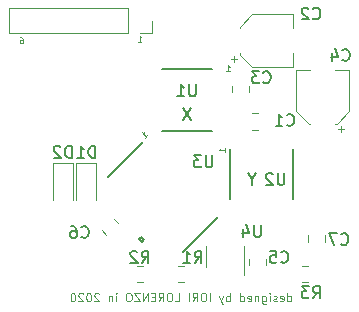
<source format=gbr>
G04 #@! TF.GenerationSoftware,KiCad,Pcbnew,(5.1.6-0-10_14)*
G04 #@! TF.CreationDate,2020-10-20T16:11:55+02:00*
G04 #@! TF.ProjectId,ProStick64_PCB_v6,50726f53-7469-4636-9b36-345f5043425f,rev?*
G04 #@! TF.SameCoordinates,Original*
G04 #@! TF.FileFunction,Legend,Bot*
G04 #@! TF.FilePolarity,Positive*
%FSLAX46Y46*%
G04 Gerber Fmt 4.6, Leading zero omitted, Abs format (unit mm)*
G04 Created by KiCad (PCBNEW (5.1.6-0-10_14)) date 2020-10-20 16:11:55*
%MOMM*%
%LPD*%
G01*
G04 APERTURE LIST*
%ADD10C,0.075000*%
%ADD11C,0.100000*%
%ADD12C,0.120000*%
%ADD13C,0.152400*%
%ADD14C,0.150000*%
%ADD15C,0.125000*%
G04 APERTURE END LIST*
D10*
X154516666Y-85816666D02*
X154516666Y-85116666D01*
X154516666Y-85783333D02*
X154583333Y-85816666D01*
X154716666Y-85816666D01*
X154783333Y-85783333D01*
X154816666Y-85750000D01*
X154850000Y-85683333D01*
X154850000Y-85483333D01*
X154816666Y-85416666D01*
X154783333Y-85383333D01*
X154716666Y-85350000D01*
X154583333Y-85350000D01*
X154516666Y-85383333D01*
X153916666Y-85783333D02*
X153983333Y-85816666D01*
X154116666Y-85816666D01*
X154183333Y-85783333D01*
X154216666Y-85716666D01*
X154216666Y-85450000D01*
X154183333Y-85383333D01*
X154116666Y-85350000D01*
X153983333Y-85350000D01*
X153916666Y-85383333D01*
X153883333Y-85450000D01*
X153883333Y-85516666D01*
X154216666Y-85583333D01*
X153616666Y-85783333D02*
X153550000Y-85816666D01*
X153416666Y-85816666D01*
X153350000Y-85783333D01*
X153316666Y-85716666D01*
X153316666Y-85683333D01*
X153350000Y-85616666D01*
X153416666Y-85583333D01*
X153516666Y-85583333D01*
X153583333Y-85550000D01*
X153616666Y-85483333D01*
X153616666Y-85450000D01*
X153583333Y-85383333D01*
X153516666Y-85350000D01*
X153416666Y-85350000D01*
X153350000Y-85383333D01*
X153016666Y-85816666D02*
X153016666Y-85350000D01*
X153016666Y-85116666D02*
X153050000Y-85150000D01*
X153016666Y-85183333D01*
X152983333Y-85150000D01*
X153016666Y-85116666D01*
X153016666Y-85183333D01*
X152383333Y-85350000D02*
X152383333Y-85916666D01*
X152416666Y-85983333D01*
X152450000Y-86016666D01*
X152516666Y-86050000D01*
X152616666Y-86050000D01*
X152683333Y-86016666D01*
X152383333Y-85783333D02*
X152450000Y-85816666D01*
X152583333Y-85816666D01*
X152650000Y-85783333D01*
X152683333Y-85750000D01*
X152716666Y-85683333D01*
X152716666Y-85483333D01*
X152683333Y-85416666D01*
X152650000Y-85383333D01*
X152583333Y-85350000D01*
X152450000Y-85350000D01*
X152383333Y-85383333D01*
X152050000Y-85350000D02*
X152050000Y-85816666D01*
X152050000Y-85416666D02*
X152016666Y-85383333D01*
X151950000Y-85350000D01*
X151850000Y-85350000D01*
X151783333Y-85383333D01*
X151750000Y-85450000D01*
X151750000Y-85816666D01*
X151150000Y-85783333D02*
X151216666Y-85816666D01*
X151350000Y-85816666D01*
X151416666Y-85783333D01*
X151450000Y-85716666D01*
X151450000Y-85450000D01*
X151416666Y-85383333D01*
X151350000Y-85350000D01*
X151216666Y-85350000D01*
X151150000Y-85383333D01*
X151116666Y-85450000D01*
X151116666Y-85516666D01*
X151450000Y-85583333D01*
X150516666Y-85816666D02*
X150516666Y-85116666D01*
X150516666Y-85783333D02*
X150583333Y-85816666D01*
X150716666Y-85816666D01*
X150783333Y-85783333D01*
X150816666Y-85750000D01*
X150850000Y-85683333D01*
X150850000Y-85483333D01*
X150816666Y-85416666D01*
X150783333Y-85383333D01*
X150716666Y-85350000D01*
X150583333Y-85350000D01*
X150516666Y-85383333D01*
X149650000Y-85816666D02*
X149650000Y-85116666D01*
X149650000Y-85383333D02*
X149583333Y-85350000D01*
X149450000Y-85350000D01*
X149383333Y-85383333D01*
X149350000Y-85416666D01*
X149316666Y-85483333D01*
X149316666Y-85683333D01*
X149350000Y-85750000D01*
X149383333Y-85783333D01*
X149450000Y-85816666D01*
X149583333Y-85816666D01*
X149650000Y-85783333D01*
X149083333Y-85350000D02*
X148916666Y-85816666D01*
X148750000Y-85350000D02*
X148916666Y-85816666D01*
X148983333Y-85983333D01*
X149016666Y-86016666D01*
X149083333Y-86050000D01*
X147950000Y-85816666D02*
X147950000Y-85116666D01*
X147483333Y-85116666D02*
X147350000Y-85116666D01*
X147283333Y-85150000D01*
X147216666Y-85216666D01*
X147183333Y-85350000D01*
X147183333Y-85583333D01*
X147216666Y-85716666D01*
X147283333Y-85783333D01*
X147350000Y-85816666D01*
X147483333Y-85816666D01*
X147550000Y-85783333D01*
X147616666Y-85716666D01*
X147650000Y-85583333D01*
X147650000Y-85350000D01*
X147616666Y-85216666D01*
X147550000Y-85150000D01*
X147483333Y-85116666D01*
X146483333Y-85816666D02*
X146716666Y-85483333D01*
X146883333Y-85816666D02*
X146883333Y-85116666D01*
X146616666Y-85116666D01*
X146550000Y-85150000D01*
X146516666Y-85183333D01*
X146483333Y-85250000D01*
X146483333Y-85350000D01*
X146516666Y-85416666D01*
X146550000Y-85450000D01*
X146616666Y-85483333D01*
X146883333Y-85483333D01*
X146183333Y-85816666D02*
X146183333Y-85116666D01*
X144983333Y-85816666D02*
X145316666Y-85816666D01*
X145316666Y-85116666D01*
X144616666Y-85116666D02*
X144483333Y-85116666D01*
X144416666Y-85150000D01*
X144350000Y-85216666D01*
X144316666Y-85350000D01*
X144316666Y-85583333D01*
X144350000Y-85716666D01*
X144416666Y-85783333D01*
X144483333Y-85816666D01*
X144616666Y-85816666D01*
X144683333Y-85783333D01*
X144750000Y-85716666D01*
X144783333Y-85583333D01*
X144783333Y-85350000D01*
X144750000Y-85216666D01*
X144683333Y-85150000D01*
X144616666Y-85116666D01*
X143616666Y-85816666D02*
X143850000Y-85483333D01*
X144016666Y-85816666D02*
X144016666Y-85116666D01*
X143750000Y-85116666D01*
X143683333Y-85150000D01*
X143650000Y-85183333D01*
X143616666Y-85250000D01*
X143616666Y-85350000D01*
X143650000Y-85416666D01*
X143683333Y-85450000D01*
X143750000Y-85483333D01*
X144016666Y-85483333D01*
X143316666Y-85450000D02*
X143083333Y-85450000D01*
X142983333Y-85816666D02*
X143316666Y-85816666D01*
X143316666Y-85116666D01*
X142983333Y-85116666D01*
X142683333Y-85816666D02*
X142683333Y-85116666D01*
X142283333Y-85816666D01*
X142283333Y-85116666D01*
X142016666Y-85116666D02*
X141550000Y-85116666D01*
X142016666Y-85816666D01*
X141550000Y-85816666D01*
X141150000Y-85116666D02*
X141016666Y-85116666D01*
X140950000Y-85150000D01*
X140883333Y-85216666D01*
X140850000Y-85350000D01*
X140850000Y-85583333D01*
X140883333Y-85716666D01*
X140950000Y-85783333D01*
X141016666Y-85816666D01*
X141150000Y-85816666D01*
X141216666Y-85783333D01*
X141283333Y-85716666D01*
X141316666Y-85583333D01*
X141316666Y-85350000D01*
X141283333Y-85216666D01*
X141216666Y-85150000D01*
X141150000Y-85116666D01*
X140016666Y-85816666D02*
X140016666Y-85350000D01*
X140016666Y-85116666D02*
X140050000Y-85150000D01*
X140016666Y-85183333D01*
X139983333Y-85150000D01*
X140016666Y-85116666D01*
X140016666Y-85183333D01*
X139683333Y-85350000D02*
X139683333Y-85816666D01*
X139683333Y-85416666D02*
X139650000Y-85383333D01*
X139583333Y-85350000D01*
X139483333Y-85350000D01*
X139416666Y-85383333D01*
X139383333Y-85450000D01*
X139383333Y-85816666D01*
X138550000Y-85183333D02*
X138516666Y-85150000D01*
X138450000Y-85116666D01*
X138283333Y-85116666D01*
X138216666Y-85150000D01*
X138183333Y-85183333D01*
X138150000Y-85250000D01*
X138150000Y-85316666D01*
X138183333Y-85416666D01*
X138583333Y-85816666D01*
X138150000Y-85816666D01*
X137716666Y-85116666D02*
X137650000Y-85116666D01*
X137583333Y-85150000D01*
X137550000Y-85183333D01*
X137516666Y-85250000D01*
X137483333Y-85383333D01*
X137483333Y-85550000D01*
X137516666Y-85683333D01*
X137550000Y-85750000D01*
X137583333Y-85783333D01*
X137650000Y-85816666D01*
X137716666Y-85816666D01*
X137783333Y-85783333D01*
X137816666Y-85750000D01*
X137850000Y-85683333D01*
X137883333Y-85550000D01*
X137883333Y-85383333D01*
X137850000Y-85250000D01*
X137816666Y-85183333D01*
X137783333Y-85150000D01*
X137716666Y-85116666D01*
X137216666Y-85183333D02*
X137183333Y-85150000D01*
X137116666Y-85116666D01*
X136950000Y-85116666D01*
X136883333Y-85150000D01*
X136850000Y-85183333D01*
X136816666Y-85250000D01*
X136816666Y-85316666D01*
X136850000Y-85416666D01*
X137250000Y-85816666D01*
X136816666Y-85816666D01*
X136383333Y-85116666D02*
X136316666Y-85116666D01*
X136250000Y-85150000D01*
X136216666Y-85183333D01*
X136183333Y-85250000D01*
X136150000Y-85383333D01*
X136150000Y-85550000D01*
X136183333Y-85683333D01*
X136216666Y-85750000D01*
X136250000Y-85783333D01*
X136316666Y-85816666D01*
X136383333Y-85816666D01*
X136450000Y-85783333D01*
X136483333Y-85750000D01*
X136516666Y-85683333D01*
X136550000Y-85550000D01*
X136550000Y-85383333D01*
X136516666Y-85250000D01*
X136483333Y-85183333D01*
X136450000Y-85150000D01*
X136383333Y-85116666D01*
D11*
X131904761Y-63476190D02*
X132000000Y-63476190D01*
X132047619Y-63500000D01*
X132071428Y-63523809D01*
X132119047Y-63595238D01*
X132142857Y-63690476D01*
X132142857Y-63880952D01*
X132119047Y-63928571D01*
X132095238Y-63952380D01*
X132047619Y-63976190D01*
X131952380Y-63976190D01*
X131904761Y-63952380D01*
X131880952Y-63928571D01*
X131857142Y-63880952D01*
X131857142Y-63761904D01*
X131880952Y-63714285D01*
X131904761Y-63690476D01*
X131952380Y-63666666D01*
X132047619Y-63666666D01*
X132095238Y-63690476D01*
X132119047Y-63714285D01*
X132142857Y-63761904D01*
X141857142Y-63826190D02*
X142142857Y-63826190D01*
X142000000Y-63826190D02*
X142000000Y-63326190D01*
X142047619Y-63397619D01*
X142095238Y-63445238D01*
X142142857Y-63469047D01*
D12*
X152036252Y-69849000D02*
X151513748Y-69849000D01*
X152036252Y-71269000D02*
X151513748Y-71269000D01*
X155010000Y-61490000D02*
X155010000Y-62690000D01*
X155010000Y-66010000D02*
X155010000Y-64810000D01*
X151554437Y-66010000D02*
X155010000Y-66010000D01*
X151554437Y-61490000D02*
X155010000Y-61490000D01*
X150490000Y-62554437D02*
X150490000Y-62690000D01*
X150490000Y-64945563D02*
X150490000Y-64810000D01*
X150490000Y-64945563D02*
X151554437Y-66010000D01*
X150490000Y-62554437D02*
X151554437Y-61490000D01*
X149750000Y-65310000D02*
X150250000Y-65310000D01*
X150000000Y-65560000D02*
X150000000Y-65060000D01*
X151235000Y-67547748D02*
X151235000Y-68070252D01*
X149815000Y-67547748D02*
X149815000Y-68070252D01*
X159310000Y-71250000D02*
X158810000Y-71250000D01*
X159060000Y-71500000D02*
X159060000Y-71000000D01*
X156304437Y-70760000D02*
X155240000Y-69695563D01*
X158695563Y-70760000D02*
X159760000Y-69695563D01*
X158695563Y-70760000D02*
X158560000Y-70760000D01*
X156304437Y-70760000D02*
X156440000Y-70760000D01*
X155240000Y-69695563D02*
X155240000Y-66240000D01*
X159760000Y-69695563D02*
X159760000Y-66240000D01*
X159760000Y-66240000D02*
X158560000Y-66240000D01*
X155240000Y-66240000D02*
X156440000Y-66240000D01*
X152710000Y-82736253D02*
X152710000Y-82213749D01*
X151290000Y-82736253D02*
X151290000Y-82213749D01*
X139817313Y-78813221D02*
X140186779Y-79182687D01*
X138813221Y-79817313D02*
X139182687Y-80186779D01*
X156290000Y-80238748D02*
X156290000Y-80761252D01*
X157710000Y-80238748D02*
X157710000Y-80761252D01*
X136650000Y-74100000D02*
X138350000Y-74100000D01*
X138350000Y-74100000D02*
X138350000Y-77250000D01*
X136650000Y-74100000D02*
X136650000Y-77250000D01*
X134650000Y-74100000D02*
X134650000Y-77250000D01*
X136350000Y-74100000D02*
X136350000Y-77250000D01*
X134650000Y-74100000D02*
X136350000Y-74100000D01*
X130965000Y-63119000D02*
X130965000Y-60999000D01*
X141025000Y-63119000D02*
X130965000Y-63119000D01*
X141025000Y-60999000D02*
X130965000Y-60999000D01*
X141025000Y-63119000D02*
X141025000Y-60999000D01*
X142025000Y-63119000D02*
X143085000Y-63119000D01*
X143085000Y-63119000D02*
X143085000Y-62059000D01*
X145238748Y-84210000D02*
X145761252Y-84210000D01*
X145238748Y-82790000D02*
X145761252Y-82790000D01*
X141738748Y-82790000D02*
X142261252Y-82790000D01*
X141738748Y-84210000D02*
X142261252Y-84210000D01*
X156261252Y-82790000D02*
X155738748Y-82790000D01*
X156261252Y-84210000D02*
X155738748Y-84210000D01*
D13*
X148158600Y-71387900D02*
X143891400Y-71387900D01*
X143891400Y-66130100D02*
X148158600Y-66130100D01*
X149696100Y-77192600D02*
X149696100Y-72925400D01*
X154953900Y-72925400D02*
X154953900Y-77192600D01*
X142145047Y-80381596D02*
X141965442Y-80561201D01*
X142414455Y-80651004D02*
X142145047Y-80381596D01*
X142234850Y-80830609D02*
X142414455Y-80651004D01*
X141965442Y-80561201D02*
X142234850Y-80830609D01*
X139321287Y-75320692D02*
X142320692Y-72321287D01*
X148678713Y-78679308D02*
X145679308Y-81678713D01*
D12*
X147590000Y-82900000D02*
X147590000Y-81100000D01*
X150810000Y-81100000D02*
X150810000Y-83550000D01*
D14*
X154466666Y-70857142D02*
X154514285Y-70904761D01*
X154657142Y-70952380D01*
X154752380Y-70952380D01*
X154895238Y-70904761D01*
X154990476Y-70809523D01*
X155038095Y-70714285D01*
X155085714Y-70523809D01*
X155085714Y-70380952D01*
X155038095Y-70190476D01*
X154990476Y-70095238D01*
X154895238Y-70000000D01*
X154752380Y-69952380D01*
X154657142Y-69952380D01*
X154514285Y-70000000D01*
X154466666Y-70047619D01*
X153514285Y-70952380D02*
X154085714Y-70952380D01*
X153800000Y-70952380D02*
X153800000Y-69952380D01*
X153895238Y-70095238D01*
X153990476Y-70190476D01*
X154085714Y-70238095D01*
X156666666Y-61857142D02*
X156714285Y-61904761D01*
X156857142Y-61952380D01*
X156952380Y-61952380D01*
X157095238Y-61904761D01*
X157190476Y-61809523D01*
X157238095Y-61714285D01*
X157285714Y-61523809D01*
X157285714Y-61380952D01*
X157238095Y-61190476D01*
X157190476Y-61095238D01*
X157095238Y-61000000D01*
X156952380Y-60952380D01*
X156857142Y-60952380D01*
X156714285Y-61000000D01*
X156666666Y-61047619D01*
X156285714Y-61047619D02*
X156238095Y-61000000D01*
X156142857Y-60952380D01*
X155904761Y-60952380D01*
X155809523Y-61000000D01*
X155761904Y-61047619D01*
X155714285Y-61142857D01*
X155714285Y-61238095D01*
X155761904Y-61380952D01*
X156333333Y-61952380D01*
X155714285Y-61952380D01*
X152466666Y-67257142D02*
X152514285Y-67304761D01*
X152657142Y-67352380D01*
X152752380Y-67352380D01*
X152895238Y-67304761D01*
X152990476Y-67209523D01*
X153038095Y-67114285D01*
X153085714Y-66923809D01*
X153085714Y-66780952D01*
X153038095Y-66590476D01*
X152990476Y-66495238D01*
X152895238Y-66400000D01*
X152752380Y-66352380D01*
X152657142Y-66352380D01*
X152514285Y-66400000D01*
X152466666Y-66447619D01*
X152133333Y-66352380D02*
X151514285Y-66352380D01*
X151847619Y-66733333D01*
X151704761Y-66733333D01*
X151609523Y-66780952D01*
X151561904Y-66828571D01*
X151514285Y-66923809D01*
X151514285Y-67161904D01*
X151561904Y-67257142D01*
X151609523Y-67304761D01*
X151704761Y-67352380D01*
X151990476Y-67352380D01*
X152085714Y-67304761D01*
X152133333Y-67257142D01*
X159166666Y-65357142D02*
X159214285Y-65404761D01*
X159357142Y-65452380D01*
X159452380Y-65452380D01*
X159595238Y-65404761D01*
X159690476Y-65309523D01*
X159738095Y-65214285D01*
X159785714Y-65023809D01*
X159785714Y-64880952D01*
X159738095Y-64690476D01*
X159690476Y-64595238D01*
X159595238Y-64500000D01*
X159452380Y-64452380D01*
X159357142Y-64452380D01*
X159214285Y-64500000D01*
X159166666Y-64547619D01*
X158309523Y-64785714D02*
X158309523Y-65452380D01*
X158547619Y-64404761D02*
X158785714Y-65119047D01*
X158166666Y-65119047D01*
X153966666Y-82457142D02*
X154014285Y-82504761D01*
X154157142Y-82552380D01*
X154252380Y-82552380D01*
X154395238Y-82504761D01*
X154490476Y-82409523D01*
X154538095Y-82314285D01*
X154585714Y-82123809D01*
X154585714Y-81980952D01*
X154538095Y-81790476D01*
X154490476Y-81695238D01*
X154395238Y-81600000D01*
X154252380Y-81552380D01*
X154157142Y-81552380D01*
X154014285Y-81600000D01*
X153966666Y-81647619D01*
X153061904Y-81552380D02*
X153538095Y-81552380D01*
X153585714Y-82028571D01*
X153538095Y-81980952D01*
X153442857Y-81933333D01*
X153204761Y-81933333D01*
X153109523Y-81980952D01*
X153061904Y-82028571D01*
X153014285Y-82123809D01*
X153014285Y-82361904D01*
X153061904Y-82457142D01*
X153109523Y-82504761D01*
X153204761Y-82552380D01*
X153442857Y-82552380D01*
X153538095Y-82504761D01*
X153585714Y-82457142D01*
X137066666Y-80357142D02*
X137114285Y-80404761D01*
X137257142Y-80452380D01*
X137352380Y-80452380D01*
X137495238Y-80404761D01*
X137590476Y-80309523D01*
X137638095Y-80214285D01*
X137685714Y-80023809D01*
X137685714Y-79880952D01*
X137638095Y-79690476D01*
X137590476Y-79595238D01*
X137495238Y-79500000D01*
X137352380Y-79452380D01*
X137257142Y-79452380D01*
X137114285Y-79500000D01*
X137066666Y-79547619D01*
X136209523Y-79452380D02*
X136400000Y-79452380D01*
X136495238Y-79500000D01*
X136542857Y-79547619D01*
X136638095Y-79690476D01*
X136685714Y-79880952D01*
X136685714Y-80261904D01*
X136638095Y-80357142D01*
X136590476Y-80404761D01*
X136495238Y-80452380D01*
X136304761Y-80452380D01*
X136209523Y-80404761D01*
X136161904Y-80357142D01*
X136114285Y-80261904D01*
X136114285Y-80023809D01*
X136161904Y-79928571D01*
X136209523Y-79880952D01*
X136304761Y-79833333D01*
X136495238Y-79833333D01*
X136590476Y-79880952D01*
X136638095Y-79928571D01*
X136685714Y-80023809D01*
X159066666Y-80957142D02*
X159114285Y-81004761D01*
X159257142Y-81052380D01*
X159352380Y-81052380D01*
X159495238Y-81004761D01*
X159590476Y-80909523D01*
X159638095Y-80814285D01*
X159685714Y-80623809D01*
X159685714Y-80480952D01*
X159638095Y-80290476D01*
X159590476Y-80195238D01*
X159495238Y-80100000D01*
X159352380Y-80052380D01*
X159257142Y-80052380D01*
X159114285Y-80100000D01*
X159066666Y-80147619D01*
X158733333Y-80052380D02*
X158066666Y-80052380D01*
X158495238Y-81052380D01*
X138238095Y-73652380D02*
X138238095Y-72652380D01*
X138000000Y-72652380D01*
X137857142Y-72700000D01*
X137761904Y-72795238D01*
X137714285Y-72890476D01*
X137666666Y-73080952D01*
X137666666Y-73223809D01*
X137714285Y-73414285D01*
X137761904Y-73509523D01*
X137857142Y-73604761D01*
X138000000Y-73652380D01*
X138238095Y-73652380D01*
X136714285Y-73652380D02*
X137285714Y-73652380D01*
X137000000Y-73652380D02*
X137000000Y-72652380D01*
X137095238Y-72795238D01*
X137190476Y-72890476D01*
X137285714Y-72938095D01*
X136238095Y-73652380D02*
X136238095Y-72652380D01*
X136000000Y-72652380D01*
X135857142Y-72700000D01*
X135761904Y-72795238D01*
X135714285Y-72890476D01*
X135666666Y-73080952D01*
X135666666Y-73223809D01*
X135714285Y-73414285D01*
X135761904Y-73509523D01*
X135857142Y-73604761D01*
X136000000Y-73652380D01*
X136238095Y-73652380D01*
X135285714Y-72747619D02*
X135238095Y-72700000D01*
X135142857Y-72652380D01*
X134904761Y-72652380D01*
X134809523Y-72700000D01*
X134761904Y-72747619D01*
X134714285Y-72842857D01*
X134714285Y-72938095D01*
X134761904Y-73080952D01*
X135333333Y-73652380D01*
X134714285Y-73652380D01*
X146666666Y-82552380D02*
X147000000Y-82076190D01*
X147238095Y-82552380D02*
X147238095Y-81552380D01*
X146857142Y-81552380D01*
X146761904Y-81600000D01*
X146714285Y-81647619D01*
X146666666Y-81742857D01*
X146666666Y-81885714D01*
X146714285Y-81980952D01*
X146761904Y-82028571D01*
X146857142Y-82076190D01*
X147238095Y-82076190D01*
X145714285Y-82552380D02*
X146285714Y-82552380D01*
X146000000Y-82552380D02*
X146000000Y-81552380D01*
X146095238Y-81695238D01*
X146190476Y-81790476D01*
X146285714Y-81838095D01*
X142166666Y-82552380D02*
X142500000Y-82076190D01*
X142738095Y-82552380D02*
X142738095Y-81552380D01*
X142357142Y-81552380D01*
X142261904Y-81600000D01*
X142214285Y-81647619D01*
X142166666Y-81742857D01*
X142166666Y-81885714D01*
X142214285Y-81980952D01*
X142261904Y-82028571D01*
X142357142Y-82076190D01*
X142738095Y-82076190D01*
X141785714Y-81647619D02*
X141738095Y-81600000D01*
X141642857Y-81552380D01*
X141404761Y-81552380D01*
X141309523Y-81600000D01*
X141261904Y-81647619D01*
X141214285Y-81742857D01*
X141214285Y-81838095D01*
X141261904Y-81980952D01*
X141833333Y-82552380D01*
X141214285Y-82552380D01*
X156666666Y-85552380D02*
X157000000Y-85076190D01*
X157238095Y-85552380D02*
X157238095Y-84552380D01*
X156857142Y-84552380D01*
X156761904Y-84600000D01*
X156714285Y-84647619D01*
X156666666Y-84742857D01*
X156666666Y-84885714D01*
X156714285Y-84980952D01*
X156761904Y-85028571D01*
X156857142Y-85076190D01*
X157238095Y-85076190D01*
X156333333Y-84552380D02*
X155714285Y-84552380D01*
X156047619Y-84933333D01*
X155904761Y-84933333D01*
X155809523Y-84980952D01*
X155761904Y-85028571D01*
X155714285Y-85123809D01*
X155714285Y-85361904D01*
X155761904Y-85457142D01*
X155809523Y-85504761D01*
X155904761Y-85552380D01*
X156190476Y-85552380D01*
X156285714Y-85504761D01*
X156333333Y-85457142D01*
X146761904Y-67452380D02*
X146761904Y-68261904D01*
X146714285Y-68357142D01*
X146666666Y-68404761D01*
X146571428Y-68452380D01*
X146380952Y-68452380D01*
X146285714Y-68404761D01*
X146238095Y-68357142D01*
X146190476Y-68261904D01*
X146190476Y-67452380D01*
X145190476Y-68452380D02*
X145761904Y-68452380D01*
X145476190Y-68452380D02*
X145476190Y-67452380D01*
X145571428Y-67595238D01*
X145666666Y-67690476D01*
X145761904Y-67738095D01*
X146333333Y-69452380D02*
X145666666Y-70452380D01*
X145666666Y-69452380D02*
X146333333Y-70452380D01*
D15*
X149357142Y-66326190D02*
X149642857Y-66326190D01*
X149500000Y-66326190D02*
X149500000Y-65826190D01*
X149547619Y-65897619D01*
X149595238Y-65945238D01*
X149642857Y-65969047D01*
D14*
X154261904Y-74952380D02*
X154261904Y-75761904D01*
X154214285Y-75857142D01*
X154166666Y-75904761D01*
X154071428Y-75952380D01*
X153880952Y-75952380D01*
X153785714Y-75904761D01*
X153738095Y-75857142D01*
X153690476Y-75761904D01*
X153690476Y-74952380D01*
X153261904Y-75047619D02*
X153214285Y-75000000D01*
X153119047Y-74952380D01*
X152880952Y-74952380D01*
X152785714Y-75000000D01*
X152738095Y-75047619D01*
X152690476Y-75142857D01*
X152690476Y-75238095D01*
X152738095Y-75380952D01*
X153309523Y-75952380D01*
X152690476Y-75952380D01*
X151500000Y-75476190D02*
X151500000Y-75952380D01*
X151833333Y-74952380D02*
X151500000Y-75476190D01*
X151166666Y-74952380D01*
D15*
X149226190Y-73142857D02*
X149226190Y-72857142D01*
X149226190Y-73000000D02*
X148726190Y-73000000D01*
X148797619Y-72952380D01*
X148845238Y-72904761D01*
X148869047Y-72857142D01*
D14*
X148161904Y-73452380D02*
X148161904Y-74261904D01*
X148114285Y-74357142D01*
X148066666Y-74404761D01*
X147971428Y-74452380D01*
X147780952Y-74452380D01*
X147685714Y-74404761D01*
X147638095Y-74357142D01*
X147590476Y-74261904D01*
X147590476Y-73452380D01*
X147209523Y-73452380D02*
X146590476Y-73452380D01*
X146923809Y-73833333D01*
X146780952Y-73833333D01*
X146685714Y-73880952D01*
X146638095Y-73928571D01*
X146590476Y-74023809D01*
X146590476Y-74261904D01*
X146638095Y-74357142D01*
X146685714Y-74404761D01*
X146780952Y-74452380D01*
X147066666Y-74452380D01*
X147161904Y-74404761D01*
X147209523Y-74357142D01*
D15*
X142458925Y-71960956D02*
X142660956Y-71758925D01*
X142559940Y-71859940D02*
X142206387Y-71506387D01*
X142290566Y-71523223D01*
X142357910Y-71523223D01*
X142408417Y-71506387D01*
D14*
X152261904Y-79352380D02*
X152261904Y-80161904D01*
X152214285Y-80257142D01*
X152166666Y-80304761D01*
X152071428Y-80352380D01*
X151880952Y-80352380D01*
X151785714Y-80304761D01*
X151738095Y-80257142D01*
X151690476Y-80161904D01*
X151690476Y-79352380D01*
X150785714Y-79685714D02*
X150785714Y-80352380D01*
X151023809Y-79304761D02*
X151261904Y-80019047D01*
X150642857Y-80019047D01*
M02*

</source>
